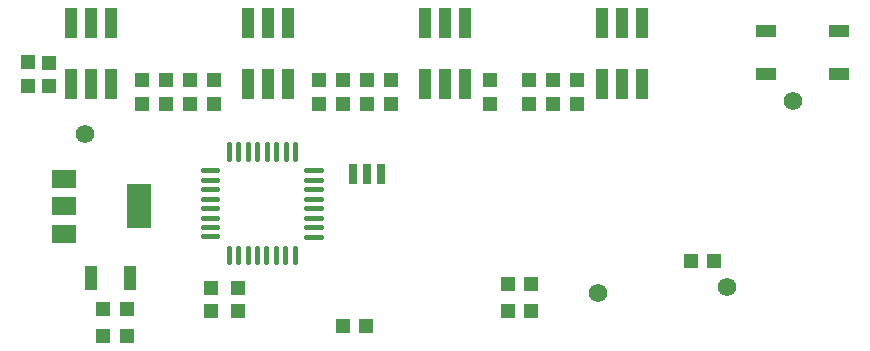
<source format=gtp>
G04 ---------------------------- Layer name :TOP PASTER LAYER*
G04 EasyEDA v5.6.10, Sat, 14 Jul 2018 09:59:27 GMT*
G04 2f10b13e7a714cddaf66bfbe285f99f1*
G04 Gerber Generator version 0.2*
G04 Scale: 100 percent, Rotated: No, Reflected: No *
G04 Dimensions in millimeters *
G04 leading zeros omitted , absolute positions ,3 integer and 3 decimal *
%FSLAX33Y33*%
%MOMM*%
G90*
G71D02*

%ADD14C,0.450012*%
%ADD18C,1.575054*%
%ADD19R,1.999996X3.799992*%
%ADD20R,1.999996X1.499997*%
%ADD21R,0.701040X1.699260*%
%ADD22R,1.799996X1.099998*%
%ADD23R,1.099998X2.499995*%
%ADD24R,1.206500X1.206500*%
%ADD25R,1.206500X1.206998*%
%ADD26R,1.206500X1.207008*%
%ADD27C,1.574800*%
%ADD28R,1.207008X1.206500*%
%ADD29R,0.999998X1.999996*%

%LPD*%
G54D14*
G01X28194Y9763D02*
G01X28194Y10963D01*
G01X27393Y9763D02*
G01X27393Y10963D01*
G01X26593Y9763D02*
G01X26593Y10963D01*
G01X25793Y9763D02*
G01X25793Y10963D01*
G01X24996Y9763D02*
G01X24996Y10963D01*
G01X24196Y9763D02*
G01X24196Y10963D01*
G01X23395Y9763D02*
G01X23395Y10963D01*
G01X22595Y9763D02*
G01X22595Y10963D01*
G01X21631Y11938D02*
G01X20431Y11938D01*
G01X21631Y12738D02*
G01X20431Y12738D01*
G01X21631Y13538D02*
G01X20431Y13538D01*
G01X21631Y14338D02*
G01X20431Y14338D01*
G01X21631Y15135D02*
G01X20431Y15135D01*
G01X21631Y15935D02*
G01X20431Y15935D01*
G01X21631Y16736D02*
G01X20431Y16736D01*
G01X21631Y17536D02*
G01X20431Y17536D01*
G01X22606Y18526D02*
G01X22606Y19726D01*
G01X23406Y18526D02*
G01X23406Y19726D01*
G01X24206Y18526D02*
G01X24206Y19726D01*
G01X25006Y18526D02*
G01X25006Y19726D01*
G01X25803Y18526D02*
G01X25803Y19726D01*
G01X26603Y18526D02*
G01X26603Y19726D01*
G01X27404Y18526D02*
G01X27404Y19726D01*
G01X28204Y18526D02*
G01X28204Y19726D01*
G01X30368Y17526D02*
G01X29168Y17526D01*
G01X30368Y16725D02*
G01X29168Y16725D01*
G01X30368Y15925D02*
G01X29168Y15925D01*
G01X30368Y15125D02*
G01X29168Y15125D01*
G01X30368Y14328D02*
G01X29168Y14328D01*
G01X30368Y13528D02*
G01X29168Y13528D01*
G01X30368Y12727D02*
G01X29168Y12727D01*
G01X30368Y11927D02*
G01X29168Y11927D01*
G54D18*
G01X64770Y7620D03*
G01X70358Y23368D03*
G01X53848Y7112D03*
G54D19*
G01X14986Y14478D03*
G54D20*
G01X8685Y14478D03*
G01X8685Y12178D03*
G01X8685Y16777D03*
G54D21*
G01X33096Y17270D03*
G01X34290Y17270D03*
G01X35483Y17270D03*
G54D22*
G01X68070Y29371D03*
G01X68070Y25670D03*
G01X74270Y29371D03*
G01X74270Y25670D03*
G54D23*
G01X57580Y30031D03*
G01X55878Y30031D03*
G01X54179Y30031D03*
G01X57580Y24831D03*
G01X55880Y24831D03*
G01X54179Y24831D03*
G01X42594Y30031D03*
G01X40895Y30031D03*
G01X39196Y30031D03*
G01X42594Y24831D03*
G01X40895Y24831D03*
G01X39196Y24831D03*
G01X27608Y30031D03*
G01X25906Y30031D03*
G01X24207Y30031D03*
G01X27608Y24831D03*
G01X25908Y24831D03*
G01X24207Y24831D03*
G01X12622Y30031D03*
G01X10923Y30031D03*
G01X9224Y30031D03*
G01X12622Y24831D03*
G01X10923Y24831D03*
G01X9224Y24831D03*
G54D24*
G01X61723Y9904D03*
G01X63704Y9904D03*
G01X13971Y5840D03*
G01X11990Y5840D03*
G01X13971Y3554D03*
G01X11990Y3554D03*
G54D25*
G01X15241Y25147D03*
G54D24*
G01X15241Y23166D03*
G54D25*
G01X17273Y25147D03*
G54D24*
G01X17273Y23166D03*
G54D25*
G01X19305Y25147D03*
G54D24*
G01X19305Y23166D03*
G54D25*
G01X21337Y25147D03*
G54D24*
G01X21337Y23166D03*
G01X46226Y5589D03*
G01X48207Y5589D03*
G01X46226Y7875D03*
G01X48207Y7875D03*
G54D25*
G01X30227Y25147D03*
G54D24*
G01X30227Y23166D03*
G54D25*
G01X32259Y25147D03*
G54D24*
G01X32259Y23166D03*
G54D25*
G01X34291Y25147D03*
G54D24*
G01X34291Y23166D03*
G54D25*
G01X36323Y25147D03*
G54D24*
G01X36323Y23166D03*
G54D25*
G01X44705Y25147D03*
G54D24*
G01X44705Y23166D03*
G54D25*
G01X48007Y25147D03*
G54D24*
G01X48007Y23166D03*
G54D25*
G01X50039Y25147D03*
G54D24*
G01X50039Y23166D03*
G54D25*
G01X52071Y25147D03*
G54D24*
G01X52071Y23166D03*
G54D26*
G01X5589Y26671D03*
G54D24*
G01X5589Y24690D03*
G54D26*
G01X7367Y26668D03*
G54D24*
G01X7367Y24687D03*
G01X23371Y7618D03*
G01X23371Y5637D03*
G01X21083Y7618D03*
G01X21083Y5637D03*
G54D27*
G01X10414Y20574D03*
G54D28*
G01X32256Y4319D03*
G54D24*
G01X34237Y4319D03*
G54D29*
G01X10922Y8382D03*
G01X14224Y8382D03*
M00*
M02*

</source>
